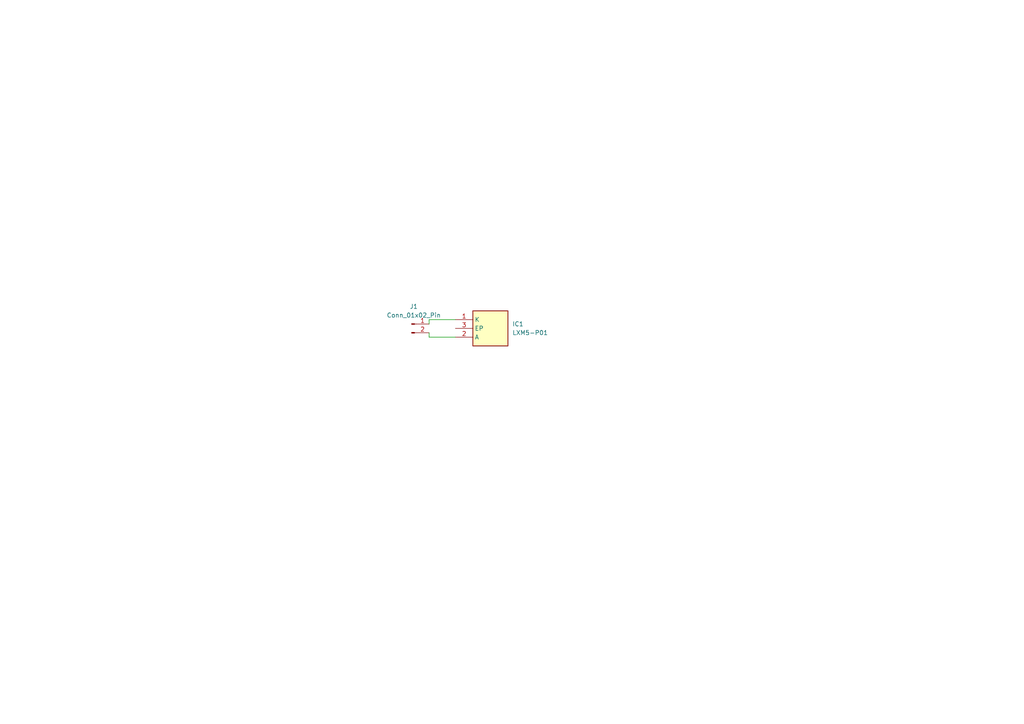
<source format=kicad_sch>
(kicad_sch (version 20231120) (generator "eeschema") (generator_version "8.0")
  (paper "A4")
  (lib_symbols
    (symbol "6_wave_stimulator:LXM5-P01"
      (property "Reference" "IC" (at 4.826 8.636 0))
      (property "Value" "LXM5-P01" (at 8.89 6.604 0))
      (symbol "LXM5-P01_1_1"
        (rectangle (start -5.08 5.08) (end 5.08 -5.08) (stroke (width 0.254)) (fill (type background)))
        (pin passive line (at -10.16 2.54 0) (length 5.08) (name "K") (number "1"))
        (pin passive line (at -10.16 -2.54 0) (length 5.08) (name "A") (number "2"))
        (pin passive line (at -10.16 0 0) (length 5.08) (name "EP") (number "3"))
      )
    )
    (symbol "Connector:Conn_01x02_Pin" (pin_names (offset 1.016) hide)
      (property "Reference" "J" (at 0 2.54 0))
      (property "Value" "Conn_01x02_Pin" (at 0 -5.08 0))
      (symbol "Conn_01x02_Pin_1_1"
        (polyline (pts (xy 1.27 -2.54) (xy 0.8636 -2.54)) (stroke (width 0.1524)))
        (polyline (pts (xy 1.27 0) (xy 0.8636 0)) (stroke (width 0.1524)))
        (rectangle (start 0.8636 -2.413) (end 0 -2.667) (stroke (width 0.1524)) (fill (type outline)))
        (rectangle (start 0.8636 0.127) (end 0 -0.127) (stroke (width 0.1524)) (fill (type outline)))
        (pin passive line (at 5.08 0 180) (length 3.81) (name "Pin_1") (number "1"))
        (pin passive line (at 5.08 -2.54 180) (length 3.81) (name "Pin_2") (number "2"))
      )
    )
  )
  (wire (pts (xy 124.46 97.79) (xy 132.08 97.79)))
  (wire (pts (xy 124.46 96.52) (xy 124.46 97.79)))
  (wire (pts (xy 124.46 92.71) (xy 132.08 92.71)))
  (wire (pts (xy 124.46 93.98) (xy 124.46 92.71)))
  (symbol (lib_id "6_wave_stimulator:LXM5-P01") (at 142.24 95.25 0) (unit 1)
    (property "Reference" "IC1" (at 148.59 93.9799 0) (effects (justify left)))
    (property "Value" "LXM5-P01" (at 148.59 96.5199 0) (effects (justify left)))
    (property "Footprint" "6_wave_stimulator:LXM5-PL01" (effects (hide yes)))
    (property "Datasheet" "https://otmm.lumileds.com/adaptivemedia/73c0bbb3dad3f9c1782bdc33f0d654e8ce3a507e" (effects (hide yes)))
    (property "Description" "High power led 565nm" (effects (hide yes)))
  )
  (symbol (lib_id "Connector:Conn_01x02_Pin") (at 119.38 93.98 0) (unit 1)
    (property "Reference" "J1" (at 120.015 88.9 0))
    (property "Value" "Conn_01x02_Pin" (at 120.015 91.44 0))
    (property "Footprint" "Connector_JST:JST_XH_B2B-XH-A_1x02_P2.50mm_Vertical" (effects (hide yes)))
    (property "Description" "Generic connector, single row, 01x02, script generated" (effects (hide yes)))
  )
)
</source>
